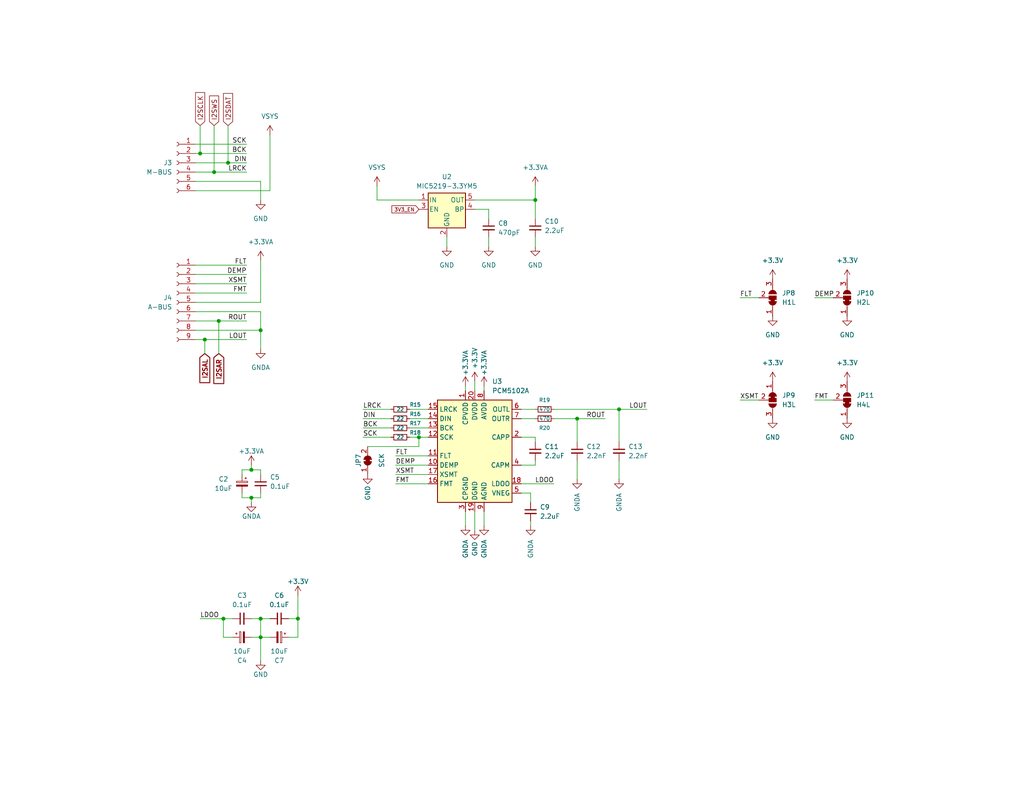
<source format=kicad_sch>
(kicad_sch (version 20230121) (generator eeschema)
  (paper "A")
  (title_block (title "pico_synth_sandbox") (date "2023-09-19") (rev "2") (comment 3 "dcdalrymple.com/picosynth/") (comment 4 "D Cooper Dalrymple"))
  (lib_symbols
    (symbol "Audio:PCM5102A"
      (property "Reference" "U" (at -10.16 13.97 0))
      (property "Value" "PCM5102A" (at 3.81 13.97 0))
      (symbol "PCM5102A_0_1"
        (rectangle (start -10.16 12.7) (end 10.16 -15.24) (stroke (width 0.254)) (fill (type background)))
      )
      (symbol "PCM5102A_1_1"
        (pin passive line (at -2.54 15.24 270) (length 2.54) (name "CPVDD") (number "1"))
        (pin input line (at -12.7 -5.08 0) (length 2.54) (name "DEMP") (number "10"))
        (pin input line (at -12.7 -2.54 0) (length 2.54) (name "FLT") (number "11"))
        (pin input line (at -12.7 2.54 0) (length 2.54) (name "SCK") (number "12"))
        (pin input line (at -12.7 5.08 0) (length 2.54) (name "BCK") (number "13"))
        (pin input line (at -12.7 7.62 0) (length 2.54) (name "DIN") (number "14"))
        (pin input line (at -12.7 10.16 0) (length 2.54) (name "LRCK") (number "15"))
        (pin input line (at -12.7 -10.16 0) (length 2.54) (name "FMT") (number "16"))
        (pin input line (at -12.7 -7.62 0) (length 2.54) (name "XSMT") (number "17"))
        (pin passive line (at 12.7 -10.16 180) (length 2.54) (name "LDOO") (number "18"))
        (pin power_in line (at 0 -17.78 90) (length 2.54) (name "DGND") (number "19"))
        (pin passive line (at 12.7 2.54 180) (length 2.54) (name "CAPP") (number "2"))
        (pin power_in line (at 0 15.24 270) (length 2.54) (name "DVDD") (number "20"))
        (pin power_in line (at -2.54 -17.78 90) (length 2.54) (name "CPGND") (number "3"))
        (pin passive line (at 12.7 -5.08 180) (length 2.54) (name "CAPM") (number "4"))
        (pin passive line (at 12.7 -12.7 180) (length 2.54) (name "VNEG") (number "5"))
        (pin output line (at 12.7 10.16 180) (length 2.54) (name "OUTL") (number "6"))
        (pin output line (at 12.7 7.62 180) (length 2.54) (name "OUTR") (number "7"))
        (pin power_in line (at 2.54 15.24 270) (length 2.54) (name "AVDD") (number "8"))
        (pin power_in line (at 2.54 -17.78 90) (length 2.54) (name "AGND") (number "9"))
      )
    )
    (symbol "Connector:Conn_01x06_Socket" (pin_names (offset 1.016) hide)
      (property "Reference" "J" (at 0 7.62 0))
      (property "Value" "Conn_01x06_Socket" (at 0 -10.16 0))
      (symbol "Conn_01x06_Socket_1_1"
        (arc (start 0 -7.112) (mid -0.5058 -7.62) (end 0 -8.128) (stroke (width 0.1524)))
        (arc (start 0 -4.572) (mid -0.5058 -5.08) (end 0 -5.588) (stroke (width 0.1524)))
        (arc (start 0 -2.032) (mid -0.5058 -2.54) (end 0 -3.048) (stroke (width 0.1524)))
        (polyline (pts (xy -1.27 -7.62) (xy -0.508 -7.62)) (stroke (width 0.1524)))
        (polyline (pts (xy -1.27 -5.08) (xy -0.508 -5.08)) (stroke (width 0.1524)))
        (polyline (pts (xy -1.27 -2.54) (xy -0.508 -2.54)) (stroke (width 0.1524)))
        (polyline (pts (xy -1.27 0) (xy -0.508 0)) (stroke (width 0.1524)))
        (polyline (pts (xy -1.27 2.54) (xy -0.508 2.54)) (stroke (width 0.1524)))
        (polyline (pts (xy -1.27 5.08) (xy -0.508 5.08)) (stroke (width 0.1524)))
        (arc (start 0 0.508) (mid -0.5058 0) (end 0 -0.508) (stroke (width 0.1524)))
        (arc (start 0 3.048) (mid -0.5058 2.54) (end 0 2.032) (stroke (width 0.1524)))
        (arc (start 0 5.588) (mid -0.5058 5.08) (end 0 4.572) (stroke (width 0.1524)))
        (pin passive line (at -5.08 5.08 0) (length 3.81) (name "Pin_1") (number "1"))
        (pin passive line (at -5.08 2.54 0) (length 3.81) (name "Pin_2") (number "2"))
        (pin passive line (at -5.08 0 0) (length 3.81) (name "Pin_3") (number "3"))
        (pin passive line (at -5.08 -2.54 0) (length 3.81) (name "Pin_4") (number "4"))
        (pin passive line (at -5.08 -5.08 0) (length 3.81) (name "Pin_5") (number "5"))
        (pin passive line (at -5.08 -7.62 0) (length 3.81) (name "Pin_6") (number "6"))
      )
    )
    (symbol "Connector:Conn_01x09_Socket" (pin_names (offset 1.016) hide)
      (property "Reference" "J" (at 0 12.7 0))
      (property "Value" "Conn_01x09_Socket" (at 0 -12.7 0))
      (symbol "Conn_01x09_Socket_1_1"
        (arc (start 0 -9.652) (mid -0.5058 -10.16) (end 0 -10.668) (stroke (width 0.1524)))
        (arc (start 0 -7.112) (mid -0.5058 -7.62) (end 0 -8.128) (stroke (width 0.1524)))
        (arc (start 0 -4.572) (mid -0.5058 -5.08) (end 0 -5.588) (stroke (width 0.1524)))
        (arc (start 0 -2.032) (mid -0.5058 -2.54) (end 0 -3.048) (stroke (width 0.1524)))
        (polyline (pts (xy -1.27 -10.16) (xy -0.508 -10.16)) (stroke (width 0.1524)))
        (polyline (pts (xy -1.27 -7.62) (xy -0.508 -7.62)) (stroke (width 0.1524)))
        (polyline (pts (xy -1.27 -5.08) (xy -0.508 -5.08)) (stroke (width 0.1524)))
        (polyline (pts (xy -1.27 -2.54) (xy -0.508 -2.54)) (stroke (width 0.1524)))
        (polyline (pts (xy -1.27 0) (xy -0.508 0)) (stroke (width 0.1524)))
        (polyline (pts (xy -1.27 2.54) (xy -0.508 2.54)) (stroke (width 0.1524)))
        (polyline (pts (xy -1.27 5.08) (xy -0.508 5.08)) (stroke (width 0.1524)))
        (polyline (pts (xy -1.27 7.62) (xy -0.508 7.62)) (stroke (width 0.1524)))
        (polyline (pts (xy -1.27 10.16) (xy -0.508 10.16)) (stroke (width 0.1524)))
        (arc (start 0 0.508) (mid -0.5058 0) (end 0 -0.508) (stroke (width 0.1524)))
        (arc (start 0 3.048) (mid -0.5058 2.54) (end 0 2.032) (stroke (width 0.1524)))
        (arc (start 0 5.588) (mid -0.5058 5.08) (end 0 4.572) (stroke (width 0.1524)))
        (arc (start 0 8.128) (mid -0.5058 7.62) (end 0 7.112) (stroke (width 0.1524)))
        (arc (start 0 10.668) (mid -0.5058 10.16) (end 0 9.652) (stroke (width 0.1524)))
        (pin passive line (at -5.08 10.16 0) (length 3.81) (name "Pin_1") (number "1"))
        (pin passive line (at -5.08 7.62 0) (length 3.81) (name "Pin_2") (number "2"))
        (pin passive line (at -5.08 5.08 0) (length 3.81) (name "Pin_3") (number "3"))
        (pin passive line (at -5.08 2.54 0) (length 3.81) (name "Pin_4") (number "4"))
        (pin passive line (at -5.08 0 0) (length 3.81) (name "Pin_5") (number "5"))
        (pin passive line (at -5.08 -2.54 0) (length 3.81) (name "Pin_6") (number "6"))
        (pin passive line (at -5.08 -5.08 0) (length 3.81) (name "Pin_7") (number "7"))
        (pin passive line (at -5.08 -7.62 0) (length 3.81) (name "Pin_8") (number "8"))
        (pin passive line (at -5.08 -10.16 0) (length 3.81) (name "Pin_9") (number "9"))
      )
    )
    (symbol "Device:C_Polarized_Small" (pin_numbers hide) (pin_names (offset 0.254) hide)
      (property "Reference" "C" (at 0.254 1.778 0))
      (property "Value" "C_Polarized_Small" (at 0.254 -2.032 0))
      (symbol "C_Polarized_Small_0_1"
        (rectangle (start -1.524 -0.3048) (end 1.524 -0.6858) (fill (type outline)))
        (rectangle (start -1.524 0.6858) (end 1.524 0.3048))
        (polyline (pts (xy -1.27 1.524) (xy -0.762 1.524)))
        (polyline (pts (xy -1.016 1.27) (xy -1.016 1.778)))
      )
      (symbol "C_Polarized_Small_1_1"
        (pin passive line (at 0 2.54 270) (length 1.8542) (name "~") (number "1"))
        (pin passive line (at 0 -2.54 90) (length 1.8542) (name "~") (number "2"))
      )
    )
    (symbol "Device:C_Small" (pin_numbers hide) (pin_names (offset 0.254) hide)
      (property "Reference" "C" (at 0.254 1.778 0))
      (property "Value" "C_Small" (at 0.254 -2.032 0))
      (symbol "C_Small_0_1"
        (polyline (pts (xy -1.524 -0.508) (xy 1.524 -0.508)) (stroke (width 0.3302)))
        (polyline (pts (xy -1.524 0.508) (xy 1.524 0.508)) (stroke (width 0.3048)))
      )
      (symbol "C_Small_1_1"
        (pin passive line (at 0 2.54 270) (length 2.032) (name "~") (number "1"))
        (pin passive line (at 0 -2.54 90) (length 2.032) (name "~") (number "2"))
      )
    )
    (symbol "Device:R_Small" (pin_numbers hide) (pin_names (offset 0.254) hide)
      (property "Reference" "R" (at 0.762 0.508 0))
      (property "Value" "R_Small" (at 0.762 -1.016 0))
      (symbol "R_Small_0_1"
        (rectangle (start -0.762 1.778) (end 0.762 -1.778) (stroke (width 0.2032)))
      )
      (symbol "R_Small_1_1"
        (pin passive line (at 0 2.54 270) (length 0.762) (name "~") (number "1"))
        (pin passive line (at 0 -2.54 90) (length 0.762) (name "~") (number "2"))
      )
    )
    (symbol "Jumper:SolderJumper_2_Bridged" (pin_names (offset 0) hide)
      (property "Reference" "JP" (at 0 2.032 0))
      (property "Value" "SolderJumper_2_Bridged" (at 0 -2.54 0))
      (symbol "SolderJumper_2_Bridged_0_1"
        (rectangle (start -0.508 0.508) (end 0.508 -0.508) (fill (type outline)))
        (arc (start -0.254 1.016) (mid -1.2656 0) (end -0.254 -1.016))
        (arc (start -0.254 1.016) (mid -1.2656 0) (end -0.254 -1.016) (fill (type outline)))
        (polyline (pts (xy -0.254 1.016) (xy -0.254 -1.016)))
        (polyline (pts (xy 0.254 1.016) (xy 0.254 -1.016)))
        (arc (start 0.254 -1.016) (mid 1.2656 0) (end 0.254 1.016))
        (arc (start 0.254 -1.016) (mid 1.2656 0) (end 0.254 1.016) (fill (type outline)))
      )
      (symbol "SolderJumper_2_Bridged_1_1"
        (pin passive line (at -3.81 0 0) (length 2.54) (name "A") (number "1"))
        (pin passive line (at 3.81 0 180) (length 2.54) (name "B") (number "2"))
      )
    )
    (symbol "Jumper:SolderJumper_3_Bridged12" (pin_names (offset 0) hide)
      (property "Reference" "JP" (at -2.54 -2.54 0))
      (property "Value" "SolderJumper_3_Bridged12" (at 0 2.794 0))
      (symbol "SolderJumper_3_Bridged12_0_1"
        (rectangle (start -1.016 0.508) (end -0.508 -0.508) (fill (type outline)))
        (arc (start -1.016 1.016) (mid -2.0276 0) (end -1.016 -1.016))
        (arc (start -1.016 1.016) (mid -2.0276 0) (end -1.016 -1.016) (fill (type outline)))
        (rectangle (start -0.508 1.016) (end 0.508 -1.016) (fill (type outline)))
        (polyline (pts (xy -2.54 0) (xy -2.032 0)))
        (polyline (pts (xy -1.016 1.016) (xy -1.016 -1.016)))
        (polyline (pts (xy 0 -1.27) (xy 0 -1.016)))
        (polyline (pts (xy 1.016 1.016) (xy 1.016 -1.016)))
        (polyline (pts (xy 2.54 0) (xy 2.032 0)))
        (arc (start 1.016 -1.016) (mid 2.0276 0) (end 1.016 1.016))
        (arc (start 1.016 -1.016) (mid 2.0276 0) (end 1.016 1.016) (fill (type outline)))
      )
      (symbol "SolderJumper_3_Bridged12_1_1"
        (pin passive line (at -5.08 0 0) (length 2.54) (name "A") (number "1"))
        (pin passive line (at 0 -3.81 90) (length 2.54) (name "C") (number "2"))
        (pin passive line (at 5.08 0 180) (length 2.54) (name "B") (number "3"))
      )
    )
    (symbol "Regulator_Linear:MIC5219-3.3YM5" (pin_names (offset 0.254))
      (property "Reference" "U" (at -3.81 5.715 0))
      (property "Value" "MIC5219-3.3YM5" (at 0 5.715 0))
      (symbol "MIC5219-3.3YM5_0_1"
        (rectangle (start -5.08 4.445) (end 5.08 -5.08) (stroke (width 0.254)) (fill (type background)))
      )
      (symbol "MIC5219-3.3YM5_1_1"
        (pin power_in line (at -7.62 2.54 0) (length 2.54) (name "IN") (number "1"))
        (pin power_in line (at 0 -7.62 90) (length 2.54) (name "GND") (number "2"))
        (pin input line (at -7.62 0 0) (length 2.54) (name "EN") (number "3"))
        (pin input line (at 7.62 0 180) (length 2.54) (name "BP") (number "4"))
        (pin power_out line (at 7.62 2.54 180) (length 2.54) (name "OUT") (number "5"))
      )
    )
    (symbol "pico_synth_sandbox:VSYS" (power) (pin_names (offset 0))
      (property "Value" "VSYS" (at 0 3.81 0))
      (symbol "VSYS_0_1"
        (polyline (pts (xy -0.762 1.27) (xy 0 2.54)))
        (polyline (pts (xy 0 0) (xy 0 2.54)))
        (polyline (pts (xy 0 2.54) (xy 0.762 1.27)))
      )
      (symbol "VSYS_1_1"
        (pin power_in line (at 0 0 90) (length 0) hide (name "VSYS") (number "1"))
      )
    )
    (symbol "power:+3.3V" (power) (pin_names (offset 0))
      (property "Value" "+3.3V" (at 0 3.556 0))
      (symbol "+3.3V_0_1"
        (polyline (pts (xy -0.762 1.27) (xy 0 2.54)))
        (polyline (pts (xy 0 0) (xy 0 2.54)))
        (polyline (pts (xy 0 2.54) (xy 0.762 1.27)))
      )
      (symbol "+3.3V_1_1"
        (pin power_in line (at 0 0 90) (length 0) hide (name "+3.3V") (number "1"))
      )
    )
    (symbol "power:+3.3VA" (power) (pin_names (offset 0))
      (property "Value" "+3.3VA" (at 0 3.556 0))
      (symbol "+3.3VA_0_1"
        (polyline (pts (xy -0.762 1.27) (xy 0 2.54)))
        (polyline (pts (xy 0 0) (xy 0 2.54)))
        (polyline (pts (xy 0 2.54) (xy 0.762 1.27)))
      )
      (symbol "+3.3VA_1_1"
        (pin power_in line (at 0 0 90) (length 0) hide (name "+3.3VA") (number "1"))
      )
    )
    (symbol "power:GND" (power) (pin_names (offset 0))
      (property "Value" "GND" (at 0 -3.81 0))
      (symbol "GND_0_1"
        (polyline (pts (xy 0 0) (xy 0 -1.27) (xy 1.27 -1.27) (xy 0 -2.54) (xy -1.27 -1.27) (xy 0 -1.27)))
      )
      (symbol "GND_1_1"
        (pin power_in line (at 0 0 270) (length 0) hide (name "GND") (number "1"))
      )
    )
    (symbol "power:GNDA" (power) (pin_names (offset 0))
      (property "Value" "GNDA" (at 0 -3.81 0))
      (symbol "GNDA_0_1"
        (polyline (pts (xy 0 0) (xy 0 -1.27) (xy 1.27 -1.27) (xy 0 -2.54) (xy -1.27 -1.27) (xy 0 -1.27)))
      )
      (symbol "GNDA_1_1"
        (pin power_in line (at 0 0 270) (length 0) hide (name "GNDA") (number "1"))
      )
    )
  )
  (junction (at 68.58 135.89))
  (junction (at 71.12 173.99))
  (junction (at 71.12 90.17))
  (junction (at 168.91 111.76))
  (junction (at 114.3 119.38))
  (junction (at 60.96 168.91))
  (junction (at 146.05 54.61))
  (junction (at 81.28 168.91))
  (junction (at 71.12 168.91))
  (junction (at 55.88 92.71))
  (junction (at 62.23 44.45))
  (junction (at 58.42 46.99))
  (junction (at 68.58 128.27))
  (junction (at 54.61 41.91))
  (junction (at 157.48 114.3))
  (junction (at 59.69 87.63))
  (wire (pts (xy 68.58 173.99) (xy 71.12 173.99)))
  (wire (pts (xy 129.54 139.7) (xy 129.54 144.78)))
  (wire (pts (xy 99.06 116.84) (xy 106.68 116.84)))
  (wire (pts (xy 68.58 135.89) (xy 68.58 137.16)))
  (wire (pts (xy 222.25 109.22) (xy 227.33 109.22)))
  (wire (pts (xy 129.54 54.61) (xy 146.05 54.61)))
  (wire (pts (xy 151.13 114.3) (xy 157.48 114.3)))
  (wire (pts (xy 201.93 109.22) (xy 207.01 109.22)))
  (wire (pts (xy 55.88 92.71) (xy 55.88 96.52)))
  (wire (pts (xy 55.88 92.71) (xy 67.31 92.71)))
  (wire (pts (xy 146.05 50.8) (xy 146.05 54.61)))
  (wire (pts (xy 142.24 114.3) (xy 146.05 114.3)))
  (wire (pts (xy 121.92 64.77) (xy 121.92 67.31)))
  (wire (pts (xy 71.12 85.09) (xy 71.12 90.17)))
  (wire (pts (xy 99.06 119.38) (xy 106.68 119.38)))
  (wire (pts (xy 53.34 49.53) (xy 71.12 49.53)))
  (wire (pts (xy 107.95 127) (xy 116.84 127)))
  (wire (pts (xy 59.69 87.63) (xy 67.31 87.63)))
  (wire (pts (xy 146.05 64.77) (xy 146.05 67.31)))
  (wire (pts (xy 53.34 87.63) (xy 59.69 87.63)))
  (wire (pts (xy 107.95 124.46) (xy 116.84 124.46)))
  (wire (pts (xy 157.48 114.3) (xy 165.1 114.3)))
  (wire (pts (xy 53.34 44.45) (xy 62.23 44.45)))
  (wire (pts (xy 53.34 46.99) (xy 58.42 46.99)))
  (wire (pts (xy 168.91 111.76) (xy 176.53 111.76)))
  (wire (pts (xy 142.24 119.38) (xy 146.05 119.38)))
  (wire (pts (xy 54.61 34.29) (xy 54.61 41.91)))
  (wire (pts (xy 71.12 49.53) (xy 71.12 54.61)))
  (wire (pts (xy 168.91 111.76) (xy 168.91 120.65)))
  (wire (pts (xy 133.35 57.15) (xy 133.35 59.69)))
  (wire (pts (xy 71.12 173.99) (xy 71.12 180.34)))
  (wire (pts (xy 132.08 105.41) (xy 132.08 106.68)))
  (wire (pts (xy 71.12 129.54) (xy 71.12 128.27)))
  (wire (pts (xy 107.95 129.54) (xy 116.84 129.54)))
  (wire (pts (xy 53.34 85.09) (xy 71.12 85.09)))
  (wire (pts (xy 151.13 111.76) (xy 168.91 111.76)))
  (wire (pts (xy 102.87 54.61) (xy 114.3 54.61)))
  (wire (pts (xy 68.58 127) (xy 68.58 128.27)))
  (wire (pts (xy 111.76 119.38) (xy 114.3 119.38)))
  (wire (pts (xy 142.24 132.08) (xy 151.13 132.08)))
  (wire (pts (xy 111.76 114.3) (xy 116.84 114.3)))
  (wire (pts (xy 132.08 139.7) (xy 132.08 143.51)))
  (wire (pts (xy 146.05 125.73) (xy 146.05 127)))
  (wire (pts (xy 53.34 41.91) (xy 54.61 41.91)))
  (wire (pts (xy 53.34 74.93) (xy 67.31 74.93)))
  (wire (pts (xy 133.35 64.77) (xy 133.35 67.31)))
  (wire (pts (xy 53.34 80.01) (xy 67.31 80.01)))
  (wire (pts (xy 71.12 135.89) (xy 68.58 135.89)))
  (wire (pts (xy 53.34 92.71) (xy 55.88 92.71)))
  (wire (pts (xy 102.87 50.8) (xy 102.87 54.61)))
  (wire (pts (xy 114.3 119.38) (xy 116.84 119.38)))
  (wire (pts (xy 71.12 168.91) (xy 71.12 173.99)))
  (wire (pts (xy 144.78 142.24) (xy 144.78 143.51)))
  (wire (pts (xy 142.24 134.62) (xy 144.78 134.62)))
  (wire (pts (xy 66.04 135.89) (xy 68.58 135.89)))
  (wire (pts (xy 144.78 134.62) (xy 144.78 137.16)))
  (wire (pts (xy 168.91 125.73) (xy 168.91 130.81)))
  (wire (pts (xy 114.3 121.92) (xy 114.3 119.38)))
  (wire (pts (xy 81.28 162.56) (xy 81.28 168.91)))
  (wire (pts (xy 73.66 36.83) (xy 73.66 52.07)))
  (wire (pts (xy 53.34 90.17) (xy 71.12 90.17)))
  (wire (pts (xy 71.12 168.91) (xy 73.66 168.91)))
  (wire (pts (xy 58.42 34.29) (xy 58.42 46.99)))
  (wire (pts (xy 66.04 128.27) (xy 66.04 129.54)))
  (wire (pts (xy 59.69 87.63) (xy 59.69 96.52)))
  (wire (pts (xy 78.74 168.91) (xy 81.28 168.91)))
  (wire (pts (xy 71.12 90.17) (xy 71.12 95.25)))
  (wire (pts (xy 157.48 125.73) (xy 157.48 130.81)))
  (wire (pts (xy 146.05 54.61) (xy 146.05 59.69)))
  (wire (pts (xy 78.74 173.99) (xy 81.28 173.99)))
  (wire (pts (xy 146.05 127) (xy 142.24 127)))
  (wire (pts (xy 129.54 104.14) (xy 129.54 106.68)))
  (wire (pts (xy 111.76 111.76) (xy 116.84 111.76)))
  (wire (pts (xy 68.58 128.27) (xy 66.04 128.27)))
  (wire (pts (xy 53.34 39.37) (xy 67.31 39.37)))
  (wire (pts (xy 127 139.7) (xy 127 143.51)))
  (wire (pts (xy 129.54 57.15) (xy 133.35 57.15)))
  (wire (pts (xy 201.93 81.28) (xy 207.01 81.28)))
  (wire (pts (xy 71.12 173.99) (xy 73.66 173.99)))
  (wire (pts (xy 53.34 52.07) (xy 73.66 52.07)))
  (wire (pts (xy 66.04 134.62) (xy 66.04 135.89)))
  (wire (pts (xy 60.96 173.99) (xy 63.5 173.99)))
  (wire (pts (xy 60.96 168.91) (xy 63.5 168.91)))
  (wire (pts (xy 107.95 132.08) (xy 116.84 132.08)))
  (wire (pts (xy 53.34 82.55) (xy 71.12 82.55)))
  (wire (pts (xy 99.06 114.3) (xy 106.68 114.3)))
  (wire (pts (xy 58.42 46.99) (xy 67.31 46.99)))
  (wire (pts (xy 53.34 77.47) (xy 67.31 77.47)))
  (wire (pts (xy 111.76 116.84) (xy 116.84 116.84)))
  (wire (pts (xy 54.61 41.91) (xy 67.31 41.91)))
  (wire (pts (xy 53.34 72.39) (xy 67.31 72.39)))
  (wire (pts (xy 100.33 121.92) (xy 114.3 121.92)))
  (wire (pts (xy 68.58 168.91) (xy 71.12 168.91)))
  (wire (pts (xy 222.25 81.28) (xy 227.33 81.28)))
  (wire (pts (xy 146.05 119.38) (xy 146.05 120.65)))
  (wire (pts (xy 71.12 82.55) (xy 71.12 71.12)))
  (wire (pts (xy 68.58 128.27) (xy 71.12 128.27)))
  (wire (pts (xy 62.23 34.29) (xy 62.23 44.45)))
  (wire (pts (xy 99.06 111.76) (xy 106.68 111.76)))
  (wire (pts (xy 54.61 168.91) (xy 60.96 168.91)))
  (wire (pts (xy 62.23 44.45) (xy 67.31 44.45)))
  (wire (pts (xy 127 105.41) (xy 127 106.68)))
  (wire (pts (xy 71.12 134.62) (xy 71.12 135.89)))
  (wire (pts (xy 157.48 114.3) (xy 157.48 120.65)))
  (wire (pts (xy 60.96 168.91) (xy 60.96 173.99)))
  (wire (pts (xy 142.24 111.76) (xy 146.05 111.76)))
  (wire (pts (xy 81.28 168.91) (xy 81.28 173.99)))
  (label "DIN" (at 99.06 114.3 0))
  (label "XSMT" (at 67.31 77.47 180))
  (label "FMT" (at 107.95 132.08 0))
  (label "LRCK" (at 99.06 111.76 0))
  (label "LOUT" (at 176.53 111.76 180))
  (label "BCK" (at 99.06 116.84 0))
  (label "LDOO" (at 151.13 132.08 180))
  (label "DEMP" (at 107.95 127 0))
  (label "BCK" (at 67.31 41.91 180))
  (label "SCK" (at 99.06 119.38 0))
  (label "FLT" (at 201.93 81.28 0))
  (label "DIN" (at 67.31 44.45 180))
  (label "XSMT" (at 201.93 109.22 0))
  (label "DEMP" (at 67.31 74.93 180))
  (label "FLT" (at 107.95 124.46 0))
  (label "DEMP" (at 222.25 81.28 0))
  (label "ROUT" (at 67.31 87.63 180))
  (label "LRCK" (at 67.31 46.99 180))
  (label "XSMT" (at 107.95 129.54 0))
  (label "ROUT" (at 165.1 114.3 180))
  (label "FLT" (at 67.31 72.39 180))
  (label "FMT" (at 222.25 109.22 0))
  (label "LOUT" (at 67.31 92.71 180))
  (label "FMT" (at 67.31 80.01 180))
  (label "SCK" (at 67.31 39.37 180))
  (label "LDOO" (at 54.61 168.91 0))
  (global_label "I2SDAT" (shape input) (at 62.23 34.29 90) (property "Intersheetrefs" "${INTERSHEET_REFS}" (effects hide)))
  (global_label "I2SAR" (shape input) (at 59.69 96.52 270) (effects (font bold)) (property "Intersheetrefs" "${INTERSHEET_REFS}" (effects hide)))
  (global_label "I2SCLK" (shape input) (at 54.61 34.29 90) (property "Intersheetrefs" "${INTERSHEET_REFS}" (effects hide)))
  (global_label "3V3_EN" (shape input) (at 114.3 57.15 180) (effects (font (size 1 1))) (property "Intersheetrefs" "${INTERSHEET_REFS}" (effects hide)))
  (global_label "I2SAL" (shape input) (at 55.88 96.52 270) (effects (font bold)) (property "Intersheetrefs" "${INTERSHEET_REFS}" (effects hide)))
  (global_label "I2SWS" (shape input) (at 58.42 34.29 90) (property "Intersheetrefs" "${INTERSHEET_REFS}" (effects hide)))
  (symbol (lib_id "power:GNDA") (at 157.48 130.81 0) (unit 1)
    (property "Reference" "#PWR042" (effects hide))
    (property "Value" "GNDA" (at 157.48 137.16 90))
  )
  (symbol (lib_id "power:GND") (at 210.82 114.3 0) (unit 1)
    (property "Reference" "#PWR047" (effects hide))
    (property "Value" "GND" (at 210.82 119.38 0))
  )
  (symbol (lib_id "Connector:Conn_01x06_Socket") (at 48.26 44.45 0) (mirror y) (unit 1)
    (property "Reference" "J3" (at 46.99 44.45 0) (effects (justify left)))
    (property "Value" "M-BUS" (at 46.99 46.99 0) (effects (justify left)))
    (property "Footprint" "Connector_PinSocket_2.54mm:PinSocket_1x06_P2.54mm_Vertical" (effects hide))
  )
  (symbol (lib_id "power:+3.3V") (at 129.54 104.14 0) (unit 1)
    (property "Reference" "#PWR09" (effects hide))
    (property "Value" "+3.3V" (at 129.54 97.79 90))
    (instances (project "pico_synth_sandbox" (path "" (reference "#PWR09") (unit 1)) (path "" (reference "#PWR034") (unit 1))))
  )
  (symbol (lib_id "power:+3.3V") (at 210.82 76.2 0) (unit 1)
    (property "Reference" "#PWR044" (effects hide))
    (property "Value" "+3.3V" (at 210.82 71.12 0))
  )
  (symbol (lib_id "Device:C_Small") (at 157.48 123.19 0) (unit 1)
    (property "Reference" "C12" (at 160.02 121.9263 0) (effects (justify left)))
    (property "Value" "2.2nF" (at 160.02 124.4663 0) (effects (justify left)))
    (property "Footprint" "Capacitor_SMD:C_0402_1005Metric_Pad0.74x0.62mm_HandSolder" (effects hide))
  )
  (symbol (lib_id "Device:C_Small") (at 168.91 123.19 0) (unit 1)
    (property "Reference" "C13" (at 171.45 121.9263 0) (effects (justify left)))
    (property "Value" "2.2nF" (at 171.45 124.4663 0) (effects (justify left)))
    (property "Footprint" "Capacitor_SMD:C_0402_1005Metric_Pad0.74x0.62mm_HandSolder" (effects hide))
  )
  (symbol (lib_id "Device:R_Small") (at 109.22 119.38 90) (unit 1)
    (property "Reference" "R18" (at 111.76 118.11 90) (effects (font (size 1 1)) (justify right)))
    (property "Value" "22" (at 109.22 119.38 90) (effects (font (size 1 1))))
    (property "Footprint" "Resistor_SMD:R_0805_2012Metric_Pad1.20x1.40mm_HandSolder" (effects hide))
  )
  (symbol (lib_id "pico_synth_sandbox:VSYS") (at 73.66 36.83 0) (unit 1)
    (property "Reference" "#PWR027" (effects hide))
    (property "Value" "VSYS" (at 73.66 31.75 0))
  )
  (symbol (lib_id "power:GNDA") (at 168.91 130.81 0) (unit 1)
    (property "Reference" "#PWR043" (effects hide))
    (property "Value" "GNDA" (at 168.91 137.16 90))
  )
  (symbol (lib_id "power:GNDA") (at 68.58 137.16 0) (unit 1)
    (property "Reference" "#PWR022" (effects hide))
    (property "Value" "GNDA" (at 68.58 140.97 0))
  )
  (symbol (lib_id "power:GND") (at 121.92 67.31 0) (unit 1)
    (property "Reference" "#PWR031" (effects hide))
    (property "Value" "GND" (at 121.92 72.39 0))
  )
  (symbol (lib_id "Device:C_Small") (at 146.05 123.19 0) (unit 1)
    (property "Reference" "C11" (at 148.59 121.9263 0) (effects (justify left)))
    (property "Value" "2.2uF" (at 148.59 124.4663 0) (effects (justify left)))
    (property "Footprint" "Capacitor_SMD:C_0603_1608Metric_Pad1.08x0.95mm_HandSolder" (effects hide))
  )
  (symbol (lib_id "power:+3.3VA") (at 127 105.41 0) (unit 1)
    (property "Reference" "#PWR032" (effects hide))
    (property "Value" "+3.3VA" (at 127 99.06 90))
  )
  (symbol (lib_id "Device:C_Polarized_Small") (at 66.04 132.08 0) (mirror y) (unit 1)
    (property "Reference" "C2" (at 60.96 130.81 0))
    (property "Value" "10uF" (at 60.96 133.35 0))
    (property "Footprint" "Capacitor_SMD:CP_Elec_4x5.4" (effects hide))
  )
  (symbol (lib_id "Device:R_Small") (at 109.22 111.76 90) (unit 1)
    (property "Reference" "R15" (at 111.76 110.49 90) (effects (font (size 1 1)) (justify right)))
    (property "Value" "22" (at 109.22 111.76 90) (effects (font (size 1 1))))
    (property "Footprint" "Resistor_SMD:R_0805_2012Metric_Pad1.20x1.40mm_HandSolder" (effects hide))
  )
  (symbol (lib_id "power:+3.3VA") (at 71.12 71.12 0) (unit 1)
    (property "Reference" "#PWR024" (effects hide))
    (property "Value" "+3.3VA" (at 71.12 66.04 0))
  )
  (symbol (lib_id "power:+3.3V") (at 210.82 104.14 0) (unit 1)
    (property "Reference" "#PWR046" (effects hide))
    (property "Value" "+3.3V" (at 210.82 99.06 0))
  )
  (symbol (lib_id "Device:C_Polarized_Small") (at 76.2 173.99 270) (unit 1)
    (property "Reference" "C7" (at 76.1937 180.34 90))
    (property "Value" "10uF" (at 76.1937 177.8 90))
    (property "Footprint" "Capacitor_SMD:CP_Elec_4x5.4" (effects hide))
  )
  (symbol (lib_id "Device:R_Small") (at 148.59 111.76 270) (mirror x) (unit 1)
    (property "Reference" "R19" (at 148.59 109.22 90) (effects (font (size 1 1))))
    (property "Value" "470" (at 148.59 111.76 90) (effects (font (size 1 1))))
    (property "Footprint" "Resistor_SMD:R_0805_2012Metric_Pad1.20x1.40mm_HandSolder" (effects hide))
  )
  (symbol (lib_id "power:GND") (at 133.35 67.31 0) (unit 1)
    (property "Reference" "#PWR038" (effects hide))
    (property "Value" "GND" (at 133.35 72.39 0))
  )
  (symbol (lib_id "Device:C_Small") (at 76.2 168.91 270) (mirror x) (unit 1)
    (property "Reference" "C6" (at 76.1937 162.56 90))
    (property "Value" "0.1uF" (at 76.1937 165.1 90))
    (property "Footprint" "Capacitor_SMD:C_0603_1608Metric_Pad1.08x0.95mm_HandSolder" (effects hide))
  )
  (symbol (lib_id "power:+3.3V") (at 231.14 76.2 0) (unit 1)
    (property "Reference" "#PWR048" (effects hide))
    (property "Value" "+3.3V" (at 231.14 71.12 0))
  )
  (symbol (lib_id "Device:C_Small") (at 133.35 62.23 0) (unit 1)
    (property "Reference" "C8" (at 135.89 60.9663 0) (effects (justify left)))
    (property "Value" "470pF" (at 135.89 63.5063 0) (effects (justify left)))
    (property "Footprint" "Capacitor_SMD:C_0603_1608Metric_Pad1.08x0.95mm_HandSolder" (effects hide))
  )
  (symbol (lib_id "power:GND") (at 231.14 114.3 0) (unit 1)
    (property "Reference" "#PWR051" (effects hide))
    (property "Value" "GND" (at 231.14 119.38 0))
  )
  (symbol (lib_id "Device:C_Polarized_Small") (at 66.04 173.99 90) (mirror x) (unit 1)
    (property "Reference" "C4" (at 66.0463 180.34 90))
    (property "Value" "10uF" (at 66.0463 177.8 90))
    (property "Footprint" "Capacitor_SMD:CP_Elec_4x5.4" (effects hide))
  )
  (symbol (lib_id "Device:C_Small") (at 144.78 139.7 0) (unit 1)
    (property "Reference" "C9" (at 147.32 138.4363 0) (effects (justify left)))
    (property "Value" "2.2uF" (at 147.32 140.9763 0) (effects (justify left)))
    (property "Footprint" "Capacitor_SMD:C_0603_1608Metric_Pad1.08x0.95mm_HandSolder" (effects hide))
  )
  (symbol (lib_id "power:GND") (at 231.14 86.36 0) (unit 1)
    (property "Reference" "#PWR049" (effects hide))
    (property "Value" "GND" (at 231.14 91.44 0))
  )
  (symbol (lib_id "power:GND") (at 129.54 144.78 0) (unit 1)
    (property "Reference" "#PWR035" (effects hide))
    (property "Value" "GND" (at 129.54 149.86 90))
  )
  (symbol (lib_id "Device:C_Small") (at 71.12 132.08 0) (unit 1)
    (property "Reference" "C5" (at 73.66 130.2639 0) (effects (justify left)))
    (property "Value" "0.1uF" (at 73.66 132.8039 0) (effects (justify left)))
    (property "Footprint" "Capacitor_SMD:C_0603_1608Metric_Pad1.08x0.95mm_HandSolder" (effects hide))
  )
  (symbol (lib_id "Jumper:SolderJumper_3_Bridged12") (at 210.82 81.28 270) (mirror x) (unit 1)
    (property "Reference" "JP8" (at 213.36 80.01 90) (effects (justify left)))
    (property "Value" "H1L" (at 213.36 82.55 90) (effects (justify left)))
    (property "Footprint" "Jumper:SolderJumper-3_P1.3mm_Bridged12_RoundedPad1.0x1.5mm" (effects hide))
  )
  (symbol (lib_id "Connector:Conn_01x09_Socket") (at 48.26 82.55 0) (mirror y) (unit 1)
    (property "Reference" "J4" (at 46.99 81.28 0) (effects (justify left)))
    (property "Value" "A-BUS" (at 46.99 83.82 0) (effects (justify left)))
    (property "Footprint" "Connector_PinSocket_2.54mm:PinSocket_1x09_P2.54mm_Vertical" (effects hide))
  )
  (symbol (lib_id "power:GNDA") (at 132.08 143.51 0) (unit 1)
    (property "Reference" "#PWR037" (effects hide))
    (property "Value" "GNDA" (at 132.08 149.86 90))
  )
  (symbol (lib_id "power:GND") (at 100.33 129.54 0) (unit 1)
    (property "Reference" "#PWR029" (effects hide))
    (property "Value" "GND" (at 100.33 134.62 90))
  )
  (symbol (lib_id "pico_synth_sandbox:VSYS") (at 102.87 50.8 0) (unit 1)
    (property "Reference" "#PWR030" (effects hide))
    (property "Value" "VSYS" (at 102.87 45.72 0))
  )
  (symbol (lib_id "power:+3.3V") (at 81.28 162.56 0) (unit 1)
    (property "Reference" "#PWR09" (effects hide))
    (property "Value" "+3.3V" (at 81.28 158.75 0))
    (instances (project "pico_synth_sandbox" (path "" (reference "#PWR09") (unit 1)) (path "" (reference "#PWR028") (unit 1))))
  )
  (symbol (lib_id "power:+3.3VA") (at 68.58 127 0) (unit 1)
    (property "Reference" "#PWR021" (effects hide))
    (property "Value" "+3.3VA" (at 68.58 123.19 0))
  )
  (symbol (lib_id "Jumper:SolderJumper_2_Bridged") (at 100.33 125.73 90) (unit 1)
    (property "Reference" "JP7" (at 97.79 125.73 0))
    (property "Value" "SCK" (at 104.14 125.73 0))
    (property "Footprint" "Jumper:SolderJumper-2_P1.3mm_Bridged_RoundedPad1.0x1.5mm" (effects hide))
  )
  (symbol (lib_id "Regulator_Linear:MIC5219-3.3YM5") (at 121.92 57.15 0) (unit 1)
    (property "Reference" "U2" (at 121.92 48.26 0))
    (property "Value" "MIC5219-3.3YM5" (at 121.92 50.8 0))
    (property "Footprint" "Package_TO_SOT_SMD:SOT-23-5" (effects hide))
    (property "Datasheet" "http://ww1.microchip.com/downloads/en/DeviceDoc/MIC5219-500mA-Peak-Output-LDO-Regulator-DS20006021A.pdf" (effects hide))
  )
  (symbol (lib_id "Device:R_Small") (at 148.59 114.3 270) (mirror x) (unit 1)
    (property "Reference" "R20" (at 148.59 116.84 90) (effects (font (size 1 1))))
    (property "Value" "470" (at 148.59 114.3 90) (effects (font (size 1 1))))
    (property "Footprint" "Resistor_SMD:R_0805_2012Metric_Pad1.20x1.40mm_HandSolder" (effects hide))
  )
  (symbol (lib_id "power:GND") (at 71.12 180.34 0) (unit 1)
    (property "Reference" "#PWR026" (effects hide))
    (property "Value" "GND" (at 71.12 184.15 0))
  )
  (symbol (lib_id "Audio:PCM5102A") (at 129.54 121.92 0) (unit 1)
    (property "Reference" "U3" (at 134.2741 104.14 0) (effects (justify left)))
    (property "Value" "PCM5102A" (at 134.2741 106.68 0) (effects (justify left)))
    (property "Footprint" "Package_SO:TSSOP-20_4.4x6.5mm_P0.65mm" (effects hide))
    (property "Datasheet" "https://www.ti.com/lit/ds/symlink/pcm5102a.pdf" (effects hide))
  )
  (symbol (lib_id "power:GND") (at 71.12 54.61 0) (unit 1)
    (property "Reference" "#PWR023" (effects hide))
    (property "Value" "GND" (at 71.12 59.69 0))
  )
  (symbol (lib_id "Jumper:SolderJumper_3_Bridged12") (at 231.14 109.22 270) (mirror x) (unit 1)
    (property "Reference" "JP11" (at 233.68 107.95 90) (effects (justify left)))
    (property "Value" "H4L" (at 233.68 110.49 90) (effects (justify left)))
    (property "Footprint" "Jumper:SolderJumper-3_P1.3mm_Bridged12_RoundedPad1.0x1.5mm" (effects hide))
  )
  (symbol (lib_id "Jumper:SolderJumper_3_Bridged12") (at 231.14 81.28 270) (mirror x) (unit 1)
    (property "Reference" "JP10" (at 233.68 80.01 90) (effects (justify left)))
    (property "Value" "H2L" (at 233.68 82.55 90) (effects (justify left)))
    (property "Footprint" "Jumper:SolderJumper-3_P1.3mm_Bridged12_RoundedPad1.0x1.5mm" (effects hide))
  )
  (symbol (lib_id "power:+3.3VA") (at 146.05 50.8 0) (unit 1)
    (property "Reference" "#PWR040" (effects hide))
    (property "Value" "+3.3VA" (at 146.05 45.72 0))
  )
  (symbol (lib_id "power:GNDA") (at 144.78 143.51 0) (unit 1)
    (property "Reference" "#PWR039" (effects hide))
    (property "Value" "GNDA" (at 144.78 149.86 90))
  )
  (symbol (lib_id "power:GNDA") (at 71.12 95.25 0) (unit 1)
    (property "Reference" "#PWR025" (effects hide))
    (property "Value" "GNDA" (at 71.12 100.33 0))
  )
  (symbol (lib_id "Device:R_Small") (at 109.22 116.84 90) (unit 1)
    (property "Reference" "R17" (at 111.76 115.57 90) (effects (font (size 1 1)) (justify right)))
    (property "Value" "22" (at 109.22 116.84 90) (effects (font (size 1 1))))
    (property "Footprint" "Resistor_SMD:R_0805_2012Metric_Pad1.20x1.40mm_HandSolder" (effects hide))
  )
  (symbol (lib_id "Device:C_Small") (at 146.05 62.23 0) (unit 1)
    (property "Reference" "C10" (at 148.59 60.4139 0) (effects (justify left)))
    (property "Value" "2.2uF" (at 148.59 62.9539 0) (effects (justify left)))
    (property "Footprint" "Capacitor_SMD:C_0603_1608Metric_Pad1.08x0.95mm_HandSolder" (effects hide))
  )
  (symbol (lib_id "power:GND") (at 146.05 67.31 0) (unit 1)
    (property "Reference" "#PWR041" (effects hide))
    (property "Value" "GND" (at 146.05 72.39 0))
  )
  (symbol (lib_id "power:+3.3V") (at 231.14 104.14 0) (unit 1)
    (property "Reference" "#PWR050" (effects hide))
    (property "Value" "+3.3V" (at 231.14 99.06 0))
  )
  (symbol (lib_id "power:GND") (at 210.82 86.36 0) (unit 1)
    (property "Reference" "#PWR045" (effects hide))
    (property "Value" "GND" (at 210.82 91.44 0))
  )
  (symbol (lib_id "Device:R_Small") (at 109.22 114.3 90) (unit 1)
    (property "Reference" "R16" (at 111.76 113.03 90) (effects (font (size 1 1)) (justify right)))
    (property "Value" "22" (at 109.22 114.3 90) (effects (font (size 1 1))))
    (property "Footprint" "Resistor_SMD:R_0805_2012Metric_Pad1.20x1.40mm_HandSolder" (effects hide))
  )
  (symbol (lib_id "power:GNDA") (at 127 143.51 0) (unit 1)
    (property "Reference" "#PWR033" (effects hide))
    (property "Value" "GNDA" (at 127 149.86 90))
  )
  (symbol (lib_id "Device:C_Small") (at 66.04 168.91 90) (unit 1)
    (property "Reference" "C3" (at 66.0463 162.56 90))
    (property "Value" "0.1uF" (at 66.0463 165.1 90))
    (property "Footprint" "Capacitor_SMD:C_0603_1608Metric_Pad1.08x0.95mm_HandSolder" (effects hide))
  )
  (symbol (lib_id "power:+3.3VA") (at 132.08 105.41 0) (unit 1)
    (property "Reference" "#PWR036" (effects hide))
    (property "Value" "+3.3VA" (at 132.08 99.06 90))
  )
  (symbol (lib_id "Jumper:SolderJumper_3_Bridged12") (at 210.82 109.22 270) (unit 1)
    (property "Reference" "JP9" (at 213.36 107.95 90) (effects (justify left)))
    (property "Value" "H3L" (at 213.36 110.49 90) (effects (justify left)))
    (property "Footprint" "Jumper:SolderJumper-3_P1.3mm_Bridged12_RoundedPad1.0x1.5mm" (effects hide))
  )
)
</source>
